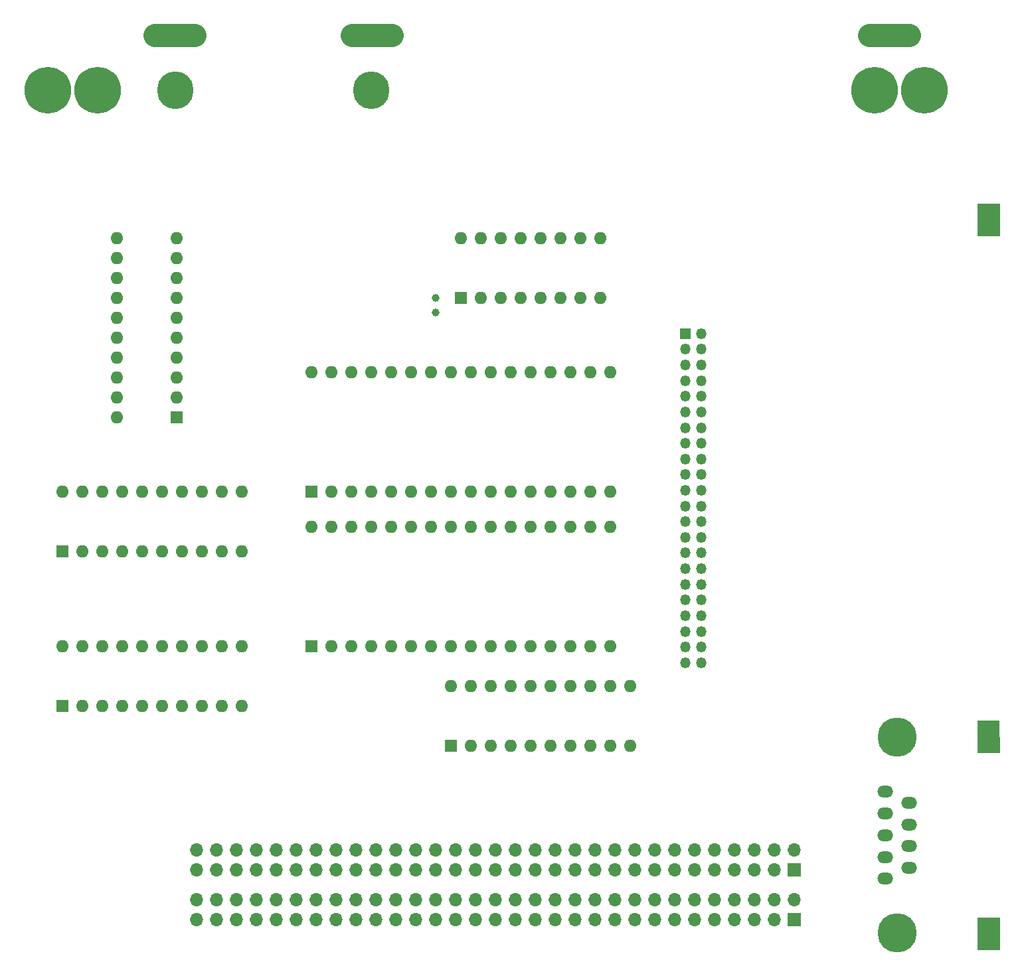
<source format=gbr>
%TF.GenerationSoftware,KiCad,Pcbnew,(5.1.9)-1*%
%TF.CreationDate,2021-08-16T20:15:10+08:00*%
%TF.ProjectId,EX-HX-Combo,45582d48-582d-4436-9f6d-626f2e6b6963,rev?*%
%TF.SameCoordinates,Original*%
%TF.FileFunction,Soldermask,Bot*%
%TF.FilePolarity,Negative*%
%FSLAX46Y46*%
G04 Gerber Fmt 4.6, Leading zero omitted, Abs format (unit mm)*
G04 Created by KiCad (PCBNEW (5.1.9)-1) date 2021-08-16 20:15:10*
%MOMM*%
%LPD*%
G01*
G04 APERTURE LIST*
%ADD10C,0.100000*%
%ADD11C,3.000000*%
%ADD12O,1.700000X1.700000*%
%ADD13R,1.700000X1.700000*%
%ADD14O,1.600000X1.600000*%
%ADD15R,1.600000X1.600000*%
%ADD16C,5.001260*%
%ADD17O,1.998980X1.501140*%
%ADD18C,5.950000*%
%ADD19O,4.600000X4.800000*%
%ADD20O,7.280000X2.360000*%
%ADD21R,1.350000X1.350000*%
%ADD22O,1.350000X1.350000*%
%ADD23C,1.000000*%
G04 APERTURE END LIST*
D10*
G36*
X244525800Y-105404920D02*
G01*
X244530880Y-109474000D01*
X241802920Y-109476540D01*
X241795300Y-105397300D01*
X244525800Y-105404920D01*
G37*
X244525800Y-105404920D02*
X244530880Y-109474000D01*
X241802920Y-109476540D01*
X241795300Y-105397300D01*
X244525800Y-105404920D01*
G36*
X244538500Y-39453820D02*
G01*
X244543580Y-43522900D01*
X241815620Y-43525440D01*
X241808000Y-39446200D01*
X244538500Y-39453820D01*
G37*
X244538500Y-39453820D02*
X244543580Y-43522900D01*
X241815620Y-43525440D01*
X241808000Y-39446200D01*
X244538500Y-39453820D01*
G36*
X244533420Y-130550920D02*
G01*
X244538500Y-134620000D01*
X241810540Y-134622540D01*
X241802920Y-130543300D01*
X244533420Y-130550920D01*
G37*
X244533420Y-130550920D02*
X244538500Y-134620000D01*
X241810540Y-134622540D01*
X241802920Y-130543300D01*
X244533420Y-130550920D01*
D11*
%TO.C,H5*%
X141952000Y-17905000D02*
X136872000Y-17905000D01*
%TO.C,H7*%
X233048000Y-17905000D02*
X227968000Y-17905000D01*
%TO.C,H6*%
X167098000Y-17905000D02*
X162018000Y-17905000D01*
%TD*%
D12*
%TO.C,J2*%
X142240000Y-128270000D03*
X142240000Y-130810000D03*
X144780000Y-128270000D03*
X144780000Y-130810000D03*
X147320000Y-128270000D03*
X147320000Y-130810000D03*
X149860000Y-128270000D03*
X149860000Y-130810000D03*
X152400000Y-128270000D03*
X152400000Y-130810000D03*
X154940000Y-128270000D03*
X154940000Y-130810000D03*
X157480000Y-128270000D03*
X157480000Y-130810000D03*
X160020000Y-128270000D03*
X160020000Y-130810000D03*
X162560000Y-128270000D03*
X162560000Y-130810000D03*
X165100000Y-128270000D03*
X165100000Y-130810000D03*
X167640000Y-128270000D03*
X167640000Y-130810000D03*
X170180000Y-128270000D03*
X170180000Y-130810000D03*
X172720000Y-128270000D03*
X172720000Y-130810000D03*
X175260000Y-128270000D03*
X175260000Y-130810000D03*
X177800000Y-128270000D03*
X177800000Y-130810000D03*
X180340000Y-128270000D03*
X180340000Y-130810000D03*
X182880000Y-128270000D03*
X182880000Y-130810000D03*
X185420000Y-128270000D03*
X185420000Y-130810000D03*
X187960000Y-128270000D03*
X187960000Y-130810000D03*
X190500000Y-128270000D03*
X190500000Y-130810000D03*
X193040000Y-128270000D03*
X193040000Y-130810000D03*
X195580000Y-128270000D03*
X195580000Y-130810000D03*
X198120000Y-128270000D03*
X198120000Y-130810000D03*
X200660000Y-128270000D03*
X200660000Y-130810000D03*
X203200000Y-128270000D03*
X203200000Y-130810000D03*
X205740000Y-128270000D03*
X205740000Y-130810000D03*
X208280000Y-128270000D03*
X208280000Y-130810000D03*
X210820000Y-128270000D03*
X210820000Y-130810000D03*
X213360000Y-128270000D03*
X213360000Y-130810000D03*
X215900000Y-128270000D03*
X215900000Y-130810000D03*
X218440000Y-128270000D03*
D13*
X218440000Y-130810000D03*
%TD*%
D14*
%TO.C,U4*%
X175895000Y-43815000D03*
X193675000Y-51435000D03*
X178435000Y-43815000D03*
X191135000Y-51435000D03*
X180975000Y-43815000D03*
X188595000Y-51435000D03*
X183515000Y-43815000D03*
X186055000Y-51435000D03*
X186055000Y-43815000D03*
X183515000Y-51435000D03*
X188595000Y-43815000D03*
X180975000Y-51435000D03*
X191135000Y-43815000D03*
X178435000Y-51435000D03*
X193675000Y-43815000D03*
D15*
X175895000Y-51435000D03*
%TD*%
D16*
%TO.C,CN1*%
X231556000Y-107520740D03*
D17*
X233074920Y-124170440D03*
X233074920Y-121399300D03*
X233074920Y-118630700D03*
X233074920Y-115859560D03*
X230037080Y-114475260D03*
X230037080Y-117243860D03*
X230037080Y-125554740D03*
X230037080Y-122786140D03*
X230037080Y-120015000D03*
D16*
X231556000Y-132509260D03*
%TD*%
D14*
%TO.C,U2*%
X174625000Y-100965000D03*
X197485000Y-108585000D03*
X177165000Y-100965000D03*
X194945000Y-108585000D03*
X179705000Y-100965000D03*
X192405000Y-108585000D03*
X182245000Y-100965000D03*
X189865000Y-108585000D03*
X184785000Y-100965000D03*
X187325000Y-108585000D03*
X187325000Y-100965000D03*
X184785000Y-108585000D03*
X189865000Y-100965000D03*
X182245000Y-108585000D03*
X192405000Y-100965000D03*
X179705000Y-108585000D03*
X194945000Y-100965000D03*
X177165000Y-108585000D03*
X197485000Y-100965000D03*
D15*
X174625000Y-108585000D03*
%TD*%
D14*
%TO.C,U5*%
X156845000Y-80645000D03*
X194945000Y-95885000D03*
X159385000Y-80645000D03*
X192405000Y-95885000D03*
X161925000Y-80645000D03*
X189865000Y-95885000D03*
X164465000Y-80645000D03*
X187325000Y-95885000D03*
X167005000Y-80645000D03*
X184785000Y-95885000D03*
X169545000Y-80645000D03*
X182245000Y-95885000D03*
X172085000Y-80645000D03*
X179705000Y-95885000D03*
X174625000Y-80645000D03*
X177165000Y-95885000D03*
X177165000Y-80645000D03*
X174625000Y-95885000D03*
X179705000Y-80645000D03*
X172085000Y-95885000D03*
X182245000Y-80645000D03*
X169545000Y-95885000D03*
X184785000Y-80645000D03*
X167005000Y-95885000D03*
X187325000Y-80645000D03*
X164465000Y-95885000D03*
X189865000Y-80645000D03*
X161925000Y-95885000D03*
X192405000Y-80645000D03*
X159385000Y-95885000D03*
X194945000Y-80645000D03*
D15*
X156845000Y-95885000D03*
%TD*%
D14*
%TO.C,U1*%
X156845000Y-60960000D03*
X194945000Y-76200000D03*
X159385000Y-60960000D03*
X192405000Y-76200000D03*
X161925000Y-60960000D03*
X189865000Y-76200000D03*
X164465000Y-60960000D03*
X187325000Y-76200000D03*
X167005000Y-60960000D03*
X184785000Y-76200000D03*
X169545000Y-60960000D03*
X182245000Y-76200000D03*
X172085000Y-60960000D03*
X179705000Y-76200000D03*
X174625000Y-60960000D03*
X177165000Y-76200000D03*
X177165000Y-60960000D03*
X174625000Y-76200000D03*
X179705000Y-60960000D03*
X172085000Y-76200000D03*
X182245000Y-60960000D03*
X169545000Y-76200000D03*
X184785000Y-60960000D03*
X167005000Y-76200000D03*
X187325000Y-60960000D03*
X164465000Y-76200000D03*
X189865000Y-60960000D03*
X161925000Y-76200000D03*
X192405000Y-60960000D03*
X159385000Y-76200000D03*
X194945000Y-60960000D03*
D15*
X156845000Y-76200000D03*
%TD*%
D18*
%TO.C,H2*%
X228640000Y-24905000D03*
%TD*%
%TO.C,H1*%
X234990000Y-24905000D03*
%TD*%
%TO.C,H3*%
X129580000Y-24905000D03*
%TD*%
%TO.C,H4*%
X123230000Y-24905000D03*
%TD*%
D14*
%TO.C,SW1*%
X132080000Y-66675000D03*
X139700000Y-43815000D03*
X132080000Y-64135000D03*
X139700000Y-46355000D03*
X132080000Y-61595000D03*
X139700000Y-48895000D03*
X132080000Y-59055000D03*
X139700000Y-51435000D03*
X132080000Y-56515000D03*
X139700000Y-53975000D03*
X132080000Y-53975000D03*
X139700000Y-56515000D03*
X132080000Y-51435000D03*
X139700000Y-59055000D03*
X132080000Y-48895000D03*
X139700000Y-61595000D03*
X132080000Y-46355000D03*
X139700000Y-64135000D03*
X132080000Y-43815000D03*
D15*
X139700000Y-66675000D03*
%TD*%
D19*
%TO.C,H8*%
X139490740Y-24955000D03*
X164479260Y-24955000D03*
%TD*%
D20*
%TO.C,H5*%
X139412000Y-17905000D03*
%TD*%
%TO.C,H7*%
X230508000Y-17905000D03*
%TD*%
%TO.C,H6*%
X164558000Y-17905000D03*
%TD*%
D15*
%TO.C,U9*%
X125095000Y-103505000D03*
D14*
X147955000Y-95885000D03*
X127635000Y-103505000D03*
X145415000Y-95885000D03*
X130175000Y-103505000D03*
X142875000Y-95885000D03*
X132715000Y-103505000D03*
X140335000Y-95885000D03*
X135255000Y-103505000D03*
X137795000Y-95885000D03*
X137795000Y-103505000D03*
X135255000Y-95885000D03*
X140335000Y-103505000D03*
X132715000Y-95885000D03*
X142875000Y-103505000D03*
X130175000Y-95885000D03*
X145415000Y-103505000D03*
X127635000Y-95885000D03*
X147955000Y-103505000D03*
X125095000Y-95885000D03*
%TD*%
%TO.C,U8*%
X125095000Y-76200000D03*
X147955000Y-83820000D03*
X127635000Y-76200000D03*
X145415000Y-83820000D03*
X130175000Y-76200000D03*
X142875000Y-83820000D03*
X132715000Y-76200000D03*
X140335000Y-83820000D03*
X135255000Y-76200000D03*
X137795000Y-83820000D03*
X137795000Y-76200000D03*
X135255000Y-83820000D03*
X140335000Y-76200000D03*
X132715000Y-83820000D03*
X142875000Y-76200000D03*
X130175000Y-83820000D03*
X145415000Y-76200000D03*
X127635000Y-83820000D03*
X147955000Y-76200000D03*
D15*
X125095000Y-83820000D03*
%TD*%
D21*
%TO.C,J1*%
X204540000Y-56000000D03*
D22*
X206540000Y-56000000D03*
X204540000Y-58000000D03*
X206540000Y-58000000D03*
X204540000Y-60000000D03*
X206540000Y-60000000D03*
X204540000Y-62000000D03*
X206540000Y-62000000D03*
X204540000Y-64000000D03*
X206540000Y-64000000D03*
X204540000Y-66000000D03*
X206540000Y-66000000D03*
X204540000Y-68000000D03*
X206540000Y-68000000D03*
X204540000Y-70000000D03*
X206540000Y-70000000D03*
X204540000Y-72000000D03*
X206540000Y-72000000D03*
X204540000Y-74000000D03*
X206540000Y-74000000D03*
X204540000Y-76000000D03*
X206540000Y-76000000D03*
X204540000Y-78000000D03*
X206540000Y-78000000D03*
X204540000Y-80000000D03*
X206540000Y-80000000D03*
X204540000Y-82000000D03*
X206540000Y-82000000D03*
X204540000Y-84000000D03*
X206540000Y-84000000D03*
X204540000Y-86000000D03*
X206540000Y-86000000D03*
X204540000Y-88000000D03*
X206540000Y-88000000D03*
X204540000Y-90000000D03*
X206540000Y-90000000D03*
X204540000Y-92000000D03*
X206540000Y-92000000D03*
X204540000Y-94000000D03*
X206540000Y-94000000D03*
X204540000Y-96000000D03*
X206540000Y-96000000D03*
X204540000Y-98000000D03*
X206540000Y-98000000D03*
%TD*%
D23*
%TO.C,Y1*%
X172720000Y-53335000D03*
X172720000Y-51435000D03*
%TD*%
D12*
%TO.C,J3*%
X142240000Y-121920000D03*
X142240000Y-124460000D03*
X144780000Y-121920000D03*
X144780000Y-124460000D03*
X147320000Y-121920000D03*
X147320000Y-124460000D03*
X149860000Y-121920000D03*
X149860000Y-124460000D03*
X152400000Y-121920000D03*
X152400000Y-124460000D03*
X154940000Y-121920000D03*
X154940000Y-124460000D03*
X157480000Y-121920000D03*
X157480000Y-124460000D03*
X160020000Y-121920000D03*
X160020000Y-124460000D03*
X162560000Y-121920000D03*
X162560000Y-124460000D03*
X165100000Y-121920000D03*
X165100000Y-124460000D03*
X167640000Y-121920000D03*
X167640000Y-124460000D03*
X170180000Y-121920000D03*
X170180000Y-124460000D03*
X172720000Y-121920000D03*
X172720000Y-124460000D03*
X175260000Y-121920000D03*
X175260000Y-124460000D03*
X177800000Y-121920000D03*
X177800000Y-124460000D03*
X180340000Y-121920000D03*
X180340000Y-124460000D03*
X182880000Y-121920000D03*
X182880000Y-124460000D03*
X185420000Y-121920000D03*
X185420000Y-124460000D03*
X187960000Y-121920000D03*
X187960000Y-124460000D03*
X190500000Y-121920000D03*
X190500000Y-124460000D03*
X193040000Y-121920000D03*
X193040000Y-124460000D03*
X195580000Y-121920000D03*
X195580000Y-124460000D03*
X198120000Y-121920000D03*
X198120000Y-124460000D03*
X200660000Y-121920000D03*
X200660000Y-124460000D03*
X203200000Y-121920000D03*
X203200000Y-124460000D03*
X205740000Y-121920000D03*
X205740000Y-124460000D03*
X208280000Y-121920000D03*
X208280000Y-124460000D03*
X210820000Y-121920000D03*
X210820000Y-124460000D03*
X213360000Y-121920000D03*
X213360000Y-124460000D03*
X215900000Y-121920000D03*
X215900000Y-124460000D03*
X218440000Y-121920000D03*
D13*
X218440000Y-124460000D03*
%TD*%
M02*

</source>
